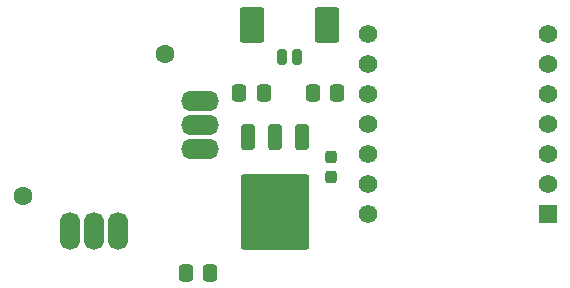
<source format=gts>
%TF.GenerationSoftware,KiCad,Pcbnew,8.0.2-1*%
%TF.CreationDate,2024-05-20T16:42:59-04:00*%
%TF.ProjectId,humep1,68756d65-7031-42e6-9b69-6361645f7063,rev?*%
%TF.SameCoordinates,Original*%
%TF.FileFunction,Soldermask,Top*%
%TF.FilePolarity,Negative*%
%FSLAX46Y46*%
G04 Gerber Fmt 4.6, Leading zero omitted, Abs format (unit mm)*
G04 Created by KiCad (PCBNEW 8.0.2-1) date 2024-05-20 16:42:59*
%MOMM*%
%LPD*%
G01*
G04 APERTURE LIST*
G04 Aperture macros list*
%AMRoundRect*
0 Rectangle with rounded corners*
0 $1 Rounding radius*
0 $2 $3 $4 $5 $6 $7 $8 $9 X,Y pos of 4 corners*
0 Add a 4 corners polygon primitive as box body*
4,1,4,$2,$3,$4,$5,$6,$7,$8,$9,$2,$3,0*
0 Add four circle primitives for the rounded corners*
1,1,$1+$1,$2,$3*
1,1,$1+$1,$4,$5*
1,1,$1+$1,$6,$7*
1,1,$1+$1,$8,$9*
0 Add four rect primitives between the rounded corners*
20,1,$1+$1,$2,$3,$4,$5,0*
20,1,$1+$1,$4,$5,$6,$7,0*
20,1,$1+$1,$6,$7,$8,$9,0*
20,1,$1+$1,$8,$9,$2,$3,0*%
G04 Aperture macros list end*
%ADD10RoundRect,0.250000X0.337500X0.475000X-0.337500X0.475000X-0.337500X-0.475000X0.337500X-0.475000X0*%
%ADD11RoundRect,0.200000X0.200000X0.450000X-0.200000X0.450000X-0.200000X-0.450000X0.200000X-0.450000X0*%
%ADD12RoundRect,0.250001X0.799999X1.249999X-0.799999X1.249999X-0.799999X-1.249999X0.799999X-1.249999X0*%
%ADD13RoundRect,0.250000X-0.337500X-0.475000X0.337500X-0.475000X0.337500X0.475000X-0.337500X0.475000X0*%
%ADD14RoundRect,0.237500X-0.237500X0.300000X-0.237500X-0.300000X0.237500X-0.300000X0.237500X0.300000X0*%
%ADD15RoundRect,0.102000X0.679000X0.679000X-0.679000X0.679000X-0.679000X-0.679000X0.679000X-0.679000X0*%
%ADD16C,1.562000*%
%ADD17C,1.600000*%
%ADD18O,3.204000X1.704000*%
%ADD19O,1.704000X3.204000*%
%ADD20RoundRect,0.250000X-0.350000X0.850000X-0.350000X-0.850000X0.350000X-0.850000X0.350000X0.850000X0*%
%ADD21RoundRect,0.249997X-2.650003X2.950003X-2.650003X-2.950003X2.650003X-2.950003X2.650003X2.950003X0*%
G04 APERTURE END LIST*
D10*
%TO.C,1uF*%
X56537500Y-76500000D03*
X54462500Y-76500000D03*
%TD*%
D11*
%TO.C,BATTERY*%
X63875000Y-58250000D03*
X62625000Y-58250000D03*
D12*
X66425000Y-55500000D03*
X60075000Y-55500000D03*
%TD*%
D13*
%TO.C,10uF*%
X59000000Y-61300000D03*
X61075000Y-61300000D03*
%TD*%
D14*
%TO.C,0.1uF*%
X66750000Y-68412500D03*
X66750000Y-66687500D03*
%TD*%
D15*
%TO.C,ESP32-C3*%
X85102500Y-71551500D03*
D16*
X85102500Y-69011500D03*
X85102500Y-66471500D03*
X85102500Y-63931500D03*
X85102500Y-61391500D03*
X85102500Y-58851500D03*
X85102500Y-56311500D03*
X69862500Y-56311500D03*
X69862500Y-58851500D03*
X69862500Y-61391500D03*
X69862500Y-63931500D03*
X69862500Y-66471500D03*
X69862500Y-69011500D03*
X69862500Y-71551500D03*
%TD*%
D17*
%TO.C,JOYSTICK (2765)*%
X40675000Y-70000000D03*
X52675000Y-58000000D03*
D18*
X55675000Y-64000000D03*
X55675000Y-66000000D03*
X55675000Y-62000000D03*
D19*
X46675000Y-73000000D03*
X48675000Y-73000000D03*
X44675000Y-73000000D03*
%TD*%
D10*
%TO.C,10uF*%
X67287500Y-61300000D03*
X65212500Y-61300000D03*
%TD*%
D20*
%TO.C,U1*%
X64280000Y-65050000D03*
X62000000Y-65050000D03*
D21*
X62000000Y-71350000D03*
D20*
X59720000Y-65050000D03*
%TD*%
M02*

</source>
